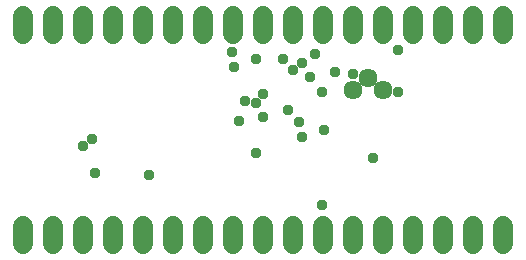
<source format=gbr>
G04 EAGLE Gerber RS-274X export*
G75*
%MOMM*%
%FSLAX34Y34*%
%LPD*%
%INSoldermask Bottom*%
%IPPOS*%
%AMOC8*
5,1,8,0,0,1.08239X$1,22.5*%
G01*
%ADD10C,1.611200*%
%ADD11C,1.727200*%
%ADD12C,0.959600*%


D10*
X304800Y148100D03*
X317500Y158100D03*
X330200Y148100D03*
D11*
X25400Y33020D02*
X25400Y17780D01*
X50800Y17780D02*
X50800Y33020D01*
X76200Y33020D02*
X76200Y17780D01*
X101600Y17780D02*
X101600Y33020D01*
X127000Y33020D02*
X127000Y17780D01*
X152400Y17780D02*
X152400Y33020D01*
X177800Y33020D02*
X177800Y17780D01*
X203200Y17780D02*
X203200Y33020D01*
X228600Y33020D02*
X228600Y17780D01*
X254000Y17780D02*
X254000Y33020D01*
X279400Y33020D02*
X279400Y17780D01*
X304800Y17780D02*
X304800Y33020D01*
X330200Y33020D02*
X330200Y17780D01*
X355600Y17780D02*
X355600Y33020D01*
X381000Y33020D02*
X381000Y17780D01*
X406400Y17780D02*
X406400Y33020D01*
X431800Y33020D02*
X431800Y17780D01*
X25800Y195380D02*
X25800Y210620D01*
X51200Y210620D02*
X51200Y195380D01*
X76600Y195380D02*
X76600Y210620D01*
X102000Y210620D02*
X102000Y195380D01*
X127400Y195380D02*
X127400Y210620D01*
X152800Y210620D02*
X152800Y195380D01*
X178200Y195380D02*
X178200Y210620D01*
X203600Y210620D02*
X203600Y195380D01*
X229000Y195380D02*
X229000Y210620D01*
X254400Y210620D02*
X254400Y195380D01*
X279800Y195380D02*
X279800Y210620D01*
X305200Y210620D02*
X305200Y195380D01*
X330600Y195380D02*
X330600Y210620D01*
X356000Y210620D02*
X356000Y195380D01*
X381400Y195380D02*
X381400Y210620D01*
X406800Y210620D02*
X406800Y195380D01*
X432200Y195380D02*
X432200Y210620D01*
D12*
X132588Y76200D03*
X268224Y158496D03*
X86868Y77724D03*
X321564Y89916D03*
X280416Y114300D03*
X76200Y100584D03*
X208788Y121920D03*
X249936Y131064D03*
X254508Y164592D03*
X228600Y124968D03*
X259080Y120396D03*
X83820Y106680D03*
X262128Y108204D03*
X342900Y146304D03*
X342900Y181356D03*
X228600Y144780D03*
X278892Y146304D03*
X204216Y167640D03*
X262128Y170688D03*
X213360Y138684D03*
X289560Y163068D03*
X222504Y137160D03*
X304800Y161544D03*
X222504Y173736D03*
X245364Y173736D03*
X272796Y178308D03*
X202692Y179832D03*
X222504Y94488D03*
X278892Y50292D03*
M02*

</source>
